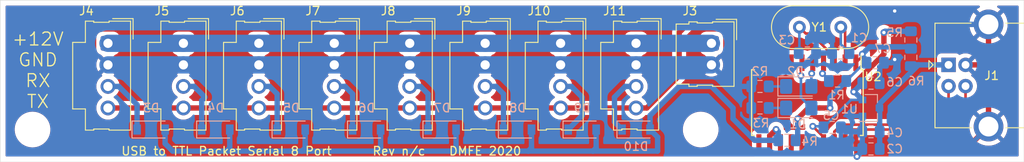
<source format=kicad_pcb>
(kicad_pcb (version 20200104) (host pcbnew "(5.99.0-823-ga085f82be)")
  (title_block (title "USB to TTL Packet Serial") (date "2020-04-11") (rev "n/c") (company "DMFE") (comment 1 "8 Port Packet Serial"))
  (layers (0 "F.Cu" signal hide) (31 "B.Cu" signal hide) (34 "B.Paste" user hide) (35 "F.Paste" user hide) (36 "B.SilkS" user) (37 "F.SilkS" user hide) (38 "B.Mask" user) (39 "F.Mask" user hide) (44 "Edge.Cuts" user))
  (net 0 "")
  (net 1 "GND")
  (net 2 "Net-(C1-Pad1)")
  (net 3 "+5V")
  (net 4 "Net-(C3-Pad1)")
  (net 5 "+3V3")
  (net 6 "VDD")
  (net 7 "Net-(D1-Pad1)")
  (net 8 "Net-(D1-Pad2)")
  (net 9 "Net-(D2-Pad2)")
  (net 10 "Net-(D2-Pad1)")
  (net 11 "Net-(J1-Pad2)")
  (net 12 "Net-(J1-Pad3)")
  (net 13 "Net-(R1-Pad2)")
  (net 14 "Net-(U2-Pad7)")
  (net 15 "Net-(U2-Pad8)")
  (net 16 "Net-(U2-Pad9)")
  (net 17 "Net-(U2-Pad11)")
  (net 18 "Net-(U2-Pad13)")
  (net 19 "Net-(U2-Pad14)")
  (net 20 "Net-(U2-Pad15)")
  (net 21 "Net-(U2-Pad16)")
  (net 22 "RX")
  (net 23 "Net-(D3-Pad1)")
  (net 24 "Net-(D4-Pad1)")
  (net 25 "Net-(D5-Pad1)")
  (net 26 "Net-(D6-Pad1)")
  (net 27 "Net-(D7-Pad1)")
  (net 28 "Net-(D8-Pad1)")
  (net 29 "Net-(D9-Pad1)")
  (net 30 "Net-(D10-Pad1)")
  (net 31 "Net-(J10-Pad1)")
  (net 32 "TX")
  (module "Resistor_SMD:R_0805_2012Metric_Pad1.15x1.40mm_HandSolder" (layer "B.Cu") (at 172.085 109.61 -90)
    (fp_text reference "R6" (at 2.785 -0.635 180) (layer "B.SilkS") (effects (justify mirror)))
    (fp_text value "0")
    (pad "2" smd roundrect (at 1.025 0 270) (size 1.15 1.4) (layers "B.Cu" "B.Paste" "B.Mask") (roundrect_rratio 0.217391) (net 3 "+5V"))
    (pad "1" smd roundrect (at -1.025 0 270) (size 1.15 1.4) (layers "B.Cu" "B.Paste" "B.Mask") (roundrect_rratio 0.217391) (net 6 "VDD"))
  )
  (module "Resistor_SMD:R_0805_2012Metric_Pad1.15x1.40mm_HandSolder" (layer "B.Cu") (at 172.085 107.56 -90)
    (fp_text reference "R5" (at -0.88 1.905) (layer "B.SilkS") (effects (justify mirror)))
    (fp_text value "0")
    (pad "2" smd roundrect (at 1.025 0 270) (size 1.15 1.4) (layers "B.Cu" "B.Paste" "B.Mask") (roundrect_rratio 0.217391) (net 6 "VDD"))
    (pad "1" smd roundrect (at -1.025 0 270) (size 1.15 1.4) (layers "B.Cu" "B.Paste" "B.Mask") (roundrect_rratio 0.217391) (net 5 "+3V3"))
  )
  (module "Resistor_SMD:R_0805_2012Metric_Pad1.15x1.40mm_HandSolder" (layer "B.Cu") (at 157.48 119.38 180)
    (fp_text reference "R4" (at -2.667 -0.127) (layer "B.SilkS") (effects (justify mirror)))
    (fp_text value "4K7")
    (pad "2" smd roundrect (at 1.025 0 180) (size 1.15 1.4) (layers "B.Cu" "B.Paste" "B.Mask") (roundrect_rratio 0.217391) (net 22 "RX"))
    (pad "1" smd roundrect (at -1.025 0 180) (size 1.15 1.4) (layers "B.Cu" "B.Paste" "B.Mask") (roundrect_rratio 0.217391) (net 6 "VDD"))
  )
  (module "Connector_Molex:Molex_SL_171971-0004_1x04_P2.54mm_Vertical" (layer "F.Cu") (at 139.7 107.95 -90)
    (fp_text reference "J11" (at -3.81 2.54 180) (layer "F.SilkS"))
    (fp_text value "Conn_01x04")
    (pad "4" thru_hole circle (at 7.62 0 270) (size 1.74 1.74) (drill 1.09) (layers *.Cu *.Mask) (net 32 "TX"))
    (pad "3" thru_hole circle (at 5.08 0 270) (size 1.74 1.74) (drill 1.09) (layers *.Cu *.Mask) (net 30 "Net-(D10-Pad1)"))
    (pad "2" thru_hole circle (at 2.54 0 270) (size 1.74 1.74) (drill 1.09) (layers *.Cu *.Mask) (net 1 "GND"))
    (pad "1" thru_hole roundrect (at 0 0 270) (size 1.74 1.74) (drill 1.09) (layers *.Cu *.Mask) (roundrect_rratio 0.143678) (net 31 "Net-(J10-Pad1)"))
  )
  (module "Connector_Molex:Molex_SL_171971-0004_1x04_P2.54mm_Vertical" (layer "F.Cu") (at 130.81 107.95 -90)
    (fp_text reference "J10" (at -3.81 2.54 180) (layer "F.SilkS"))
    (fp_text value "Conn_01x04")
    (pad "4" thru_hole circle (at 7.62 0 270) (size 1.74 1.74) (drill 1.09) (layers *.Cu *.Mask) (net 32 "TX"))
    (pad "3" thru_hole circle (at 5.08 0 270) (size 1.74 1.74) (drill 1.09) (layers *.Cu *.Mask) (net 29 "Net-(D9-Pad1)"))
    (pad "2" thru_hole circle (at 2.54 0 270) (size 1.74 1.74) (drill 1.09) (layers *.Cu *.Mask) (net 1 "GND"))
    (pad "1" thru_hole roundrect (at 0 0 270) (size 1.74 1.74) (drill 1.09) (layers *.Cu *.Mask) (roundrect_rratio 0.143678) (net 31 "Net-(J10-Pad1)"))
  )
  (module "Connector_Molex:Molex_SL_171971-0004_1x04_P2.54mm_Vertical" (layer "F.Cu") (at 121.92 107.95 -90)
    (fp_text reference "J9" (at -3.81 2.54 180) (layer "F.SilkS"))
    (fp_text value "Conn_01x04")
    (pad "4" thru_hole circle (at 7.62 0 270) (size 1.74 1.74) (drill 1.09) (layers *.Cu *.Mask) (net 32 "TX"))
    (pad "3" thru_hole circle (at 5.08 0 270) (size 1.74 1.74) (drill 1.09) (layers *.Cu *.Mask) (net 28 "Net-(D8-Pad1)"))
    (pad "2" thru_hole circle (at 2.54 0 270) (size 1.74 1.74) (drill 1.09) (layers *.Cu *.Mask) (net 1 "GND"))
    (pad "1" thru_hole roundrect (at 0 0 270) (size 1.74 1.74) (drill 1.09) (layers *.Cu *.Mask) (roundrect_rratio 0.143678) (net 31 "Net-(J10-Pad1)"))
  )
  (module "Connector_Molex:Molex_SL_171971-0004_1x04_P2.54mm_Vertical" (layer "F.Cu") (at 113.03 107.95 -90)
    (fp_text reference "J8" (at -3.81 2.54 180) (layer "F.SilkS"))
    (fp_text value "Conn_01x04")
    (pad "4" thru_hole circle (at 7.62 0 270) (size 1.74 1.74) (drill 1.09) (layers *.Cu *.Mask) (net 32 "TX"))
    (pad "3" thru_hole circle (at 5.08 0 270) (size 1.74 1.74) (drill 1.09) (layers *.Cu *.Mask) (net 27 "Net-(D7-Pad1)"))
    (pad "2" thru_hole circle (at 2.54 0 270) (size 1.74 1.74) (drill 1.09) (layers *.Cu *.Mask) (net 1 "GND"))
    (pad "1" thru_hole roundrect (at 0 0 270) (size 1.74 1.74) (drill 1.09) (layers *.Cu *.Mask) (roundrect_rratio 0.143678) (net 31 "Net-(J10-Pad1)"))
  )
  (module "Connector_Molex:Molex_SL_171971-0004_1x04_P2.54mm_Vertical" (layer "F.Cu") (at 104.14 107.95 -90)
    (fp_text reference "J7" (at -3.81 2.54 180) (layer "F.SilkS"))
    (fp_text value "Conn_01x04")
    (pad "4" thru_hole circle (at 7.62 0 270) (size 1.74 1.74) (drill 1.09) (layers *.Cu *.Mask) (net 32 "TX"))
    (pad "3" thru_hole circle (at 5.08 0 270) (size 1.74 1.74) (drill 1.09) (layers *.Cu *.Mask) (net 26 "Net-(D6-Pad1)"))
    (pad "2" thru_hole circle (at 2.54 0 270) (size 1.74 1.74) (drill 1.09) (layers *.Cu *.Mask) (net 1 "GND"))
    (pad "1" thru_hole roundrect (at 0 0 270) (size 1.74 1.74) (drill 1.09) (layers *.Cu *.Mask) (roundrect_rratio 0.143678) (net 31 "Net-(J10-Pad1)"))
  )
  (module "Connector_Molex:Molex_SL_171971-0004_1x04_P2.54mm_Vertical" (layer "F.Cu") (at 95.25 107.95 -90)
    (fp_text reference "J6" (at -3.81 2.54 180) (layer "F.SilkS"))
    (fp_text value "Conn_01x04")
    (pad "4" thru_hole circle (at 7.62 0 270) (size 1.74 1.74) (drill 1.09) (layers *.Cu *.Mask) (net 32 "TX"))
    (pad "3" thru_hole circle (at 5.08 0 270) (size 1.74 1.74) (drill 1.09) (layers *.Cu *.Mask) (net 25 "Net-(D5-Pad1)"))
    (pad "2" thru_hole circle (at 2.54 0 270) (size 1.74 1.74) (drill 1.09) (layers *.Cu *.Mask) (net 1 "GND"))
    (pad "1" thru_hole roundrect (at 0 0 270) (size 1.74 1.74) (drill 1.09) (layers *.Cu *.Mask) (roundrect_rratio 0.143678) (net 31 "Net-(J10-Pad1)"))
  )
  (module "Connector_Molex:Molex_SL_171971-0004_1x04_P2.54mm_Vertical" (layer "F.Cu") (at 86.36 107.95 -90)
    (fp_text reference "J5" (at -3.81 2.54 180) (layer "F.SilkS"))
    (fp_text value "Conn_01x04")
    (pad "4" thru_hole circle (at 7.62 0 270) (size 1.74 1.74) (drill 1.09) (layers *.Cu *.Mask) (net 32 "TX"))
    (pad "3" thru_hole circle (at 5.08 0 270) (size 1.74 1.74) (drill 1.09) (layers *.Cu *.Mask) (net 24 "Net-(D4-Pad1)"))
    (pad "2" thru_hole circle (at 2.54 0 270) (size 1.74 1.74) (drill 1.09) (layers *.Cu *.Mask) (net 1 "GND"))
    (pad "1" thru_hole roundrect (at 0 0 270) (size 1.74 1.74) (drill 1.09) (layers *.Cu *.Mask) (roundrect_rratio 0.143678) (net 31 "Net-(J10-Pad1)"))
  )
  (module "Connector_Molex:Molex_SL_171971-0004_1x04_P2.54mm_Vertical" (layer "F.Cu") (at 77.47 107.95 -90)
    (fp_text reference "J4" (at -3.81 2.54 180) (layer "F.SilkS"))
    (fp_text value "Conn_01x04")
    (pad "4" thru_hole circle (at 7.62 0 270) (size 1.74 1.74) (drill 1.09) (layers *.Cu *.Mask) (net 32 "TX"))
    (pad "3" thru_hole circle (at 5.08 0 270) (size 1.74 1.74) (drill 1.09) (layers *.Cu *.Mask) (net 23 "Net-(D3-Pad1)"))
    (pad "2" thru_hole circle (at 2.54 0 270) (size 1.74 1.74) (drill 1.09) (layers *.Cu *.Mask) (net 1 "GND"))
    (pad "1" thru_hole roundrect (at 0 0 270) (size 1.74 1.74) (drill 1.09) (layers *.Cu *.Mask) (roundrect_rratio 0.143678) (net 31 "Net-(J10-Pad1)"))
  )
  (module "Connector_Molex:Molex_SL_171971-0002_1x02_P2.54mm_Vertical" (layer "F.Cu") (at 148.59 107.95 -90)
    (fp_text reference "J3" (at -3.81 2.54 180) (layer "F.SilkS"))
    (fp_text value "Conn_01x02")
    (pad "2" thru_hole circle (at 2.54 0 270) (size 1.74 1.74) (drill 1.09) (layers *.Cu *.Mask) (net 1 "GND"))
    (pad "1" thru_hole roundrect (at 0 0 270) (size 1.74 1.74) (drill 1.09) (layers *.Cu *.Mask) (roundrect_rratio 0.143678) (net 31 "Net-(J10-Pad1)"))
  )
  (module "Diode_SMD:D_SOD-123" (layer "B.Cu") (at 139.7 118.11)
    (fp_text reference "D10" (at 0 2) (layer "B.SilkS") (effects (justify mirror)))
    (fp_text value "1N4148W")
    (pad "2" smd rect (at 1.65 0) (size 0.9 1.2) (layers "B.Cu" "B.Paste" "B.Mask") (net 22 "RX"))
    (pad "1" smd rect (at -1.65 0) (size 0.9 1.2) (layers "B.Cu" "B.Paste" "B.Mask") (net 30 "Net-(D10-Pad1)"))
  )
  (module "Diode_SMD:D_SOD-123" (layer "B.Cu") (at 133.35 118.11)
    (fp_text reference "D9" (at 0 -2.54) (layer "B.SilkS") (effects (justify mirror)))
    (fp_text value "1N4148W")
    (pad "2" smd rect (at 1.65 0) (size 0.9 1.2) (layers "B.Cu" "B.Paste" "B.Mask") (net 22 "RX"))
    (pad "1" smd rect (at -1.65 0) (size 0.9 1.2) (layers "B.Cu" "B.Paste" "B.Mask") (net 29 "Net-(D9-Pad1)"))
  )
  (module "Diode_SMD:D_SOD-123" (layer "B.Cu") (at 125.73 118.11)
    (fp_text reference "D8" (at 0 -2.54) (layer "B.SilkS") (effects (justify mirror)))
    (fp_text value "1N4148W")
    (pad "2" smd rect (at 1.65 0) (size 0.9 1.2) (layers "B.Cu" "B.Paste" "B.Mask") (net 22 "RX"))
    (pad "1" smd rect (at -1.65 0) (size 0.9 1.2) (layers "B.Cu" "B.Paste" "B.Mask") (net 28 "Net-(D8-Pad1)"))
  )
  (module "Diode_SMD:D_SOD-123" (layer "B.Cu") (at 116.84 118.11)
    (fp_text reference "D7" (at 0 -2.54) (layer "B.SilkS") (effects (justify mirror)))
    (fp_text value "1N4148W")
    (pad "2" smd rect (at 1.65 0) (size 0.9 1.2) (layers "B.Cu" "B.Paste" "B.Mask") (net 22 "RX"))
    (pad "1" smd rect (at -1.65 0) (size 0.9 1.2) (layers "B.Cu" "B.Paste" "B.Mask") (net 27 "Net-(D7-Pad1)"))
  )
  (module "Diode_SMD:D_SOD-123" (layer "B.Cu") (at 107.95 118.11)
    (fp_text reference "D6" (at 0 -2.54) (layer "B.SilkS") (effects (justify mirror)))
    (fp_text value "1N4148W")
    (pad "2" smd rect (at 1.65 0) (size 0.9 1.2) (layers "B.Cu" "B.Paste" "B.Mask") (net 22 "RX"))
    (pad "1" smd rect (at -1.65 0) (size 0.9 1.2) (layers "B.Cu" "B.Paste" "B.Mask") (net 26 "Net-(D6-Pad1)"))
  )
  (module "Diode_SMD:D_SOD-123" (layer "B.Cu") (at 99.06 118.11)
    (fp_text reference "D5" (at 0 -2.54) (layer "B.SilkS") (effects (justify mirror)))
    (fp_text value "1N4148W")
    (pad "2" smd rect (at 1.65 0) (size 0.9 1.2) (layers "B.Cu" "B.Paste" "B.Mask") (net 22 "RX"))
    (pad "1" smd rect (at -1.65 0) (size 0.9 1.2) (layers "B.Cu" "B.Paste" "B.Mask") (net 25 "Net-(D5-Pad1)"))
  )
  (module "Diode_SMD:D_SOD-123" (layer "B.Cu") (at 90.17 118.11)
    (fp_text reference "D4" (at 0 -2.54) (layer "B.SilkS") (effects (justify mirror)))
    (fp_text value "1N4148W")
    (pad "2" smd rect (at 1.65 0) (size 0.9 1.2) (layers "B.Cu" "B.Paste" "B.Mask") (net 22 "RX"))
    (pad "1" smd rect (at -1.65 0) (size 0.9 1.2) (layers "B.Cu" "B.Paste" "B.Mask") (net 24 "Net-(D4-Pad1)"))
  )
  (module "Diode_SMD:D_SOD-123" (layer "B.Cu") (at 82.55 118.11)
    (fp_text reference "D3" (at 0 -2.54) (layer "B.SilkS") (effects (justify mirror)))
    (fp_text value "1N4148W")
    (pad "2" smd rect (at 1.65 0) (size 0.9 1.2) (layers "B.Cu" "B.Paste" "B.Mask") (net 22 "RX"))
    (pad "1" smd rect (at -1.65 0) (size 0.9 1.2) (layers "B.Cu" "B.Paste" "B.Mask") (net 23 "Net-(D3-Pad1)"))
  )
  (module "Capacitor_SMD:C_0805_2012Metric_Pad1.15x1.40mm_HandSolder" (layer "B.Cu") (at 163.83 109.093 180)
    (fp_text reference "C1" (at -2.159 1.778 180) (layer "B.SilkS") (effects (justify mirror)))
    (fp_text value "15pf")
    (pad "2" smd roundrect (at 1.025 0 180) (size 1.15 1.4) (layers "B.Cu" "B.Paste" "B.Mask") (roundrect_rratio 0.217391) (net 1 "GND"))
    (pad "1" smd roundrect (at -1.025 0 180) (size 1.15 1.4) (layers "B.Cu" "B.Paste" "B.Mask") (roundrect_rratio 0.217391) (net 2 "Net-(C1-Pad1)"))
  )
  (module "Capacitor_SMD:C_0805_2012Metric_Pad1.15x1.40mm_HandSolder" (layer "B.Cu") (at 167.386 120.396 180)
    (fp_text reference "C2" (at -2.794 0 180) (layer "B.SilkS") (effects (justify mirror)))
    (fp_text value "4.7uf")
    (pad "2" smd roundrect (at 1.025 0 180) (size 1.15 1.4) (layers "B.Cu" "B.Paste" "B.Mask") (roundrect_rratio 0.217391) (net 1 "GND"))
    (pad "1" smd roundrect (at -1.025 0 180) (size 1.15 1.4) (layers "B.Cu" "B.Paste" "B.Mask") (roundrect_rratio 0.217391) (net 3 "+5V"))
  )
  (module "Capacitor_SMD:C_0805_2012Metric_Pad1.15x1.40mm_HandSolder" (layer "B.Cu") (at 159.893 109.093)
    (fp_text reference "C3" (at -2.413 -1.524) (layer "B.SilkS") (effects (justify mirror)))
    (fp_text value "15pf")
    (pad "1" smd roundrect (at -1.025 0) (size 1.15 1.4) (layers "B.Cu" "B.Paste" "B.Mask") (roundrect_rratio 0.217391) (net 4 "Net-(C3-Pad1)"))
    (pad "2" smd roundrect (at 1.025 0) (size 1.15 1.4) (layers "B.Cu" "B.Paste" "B.Mask") (roundrect_rratio 0.217391) (net 1 "GND"))
  )
  (module "Capacitor_SMD:C_0805_2012Metric_Pad1.15x1.40mm_HandSolder" (layer "B.Cu") (at 167.386 118.364 180)
    (fp_text reference "C4" (at -2.794 -0.127 180) (layer "B.SilkS") (effects (justify mirror)))
    (fp_text value "0.1uf")
    (pad "1" smd roundrect (at -1.025 0 180) (size 1.15 1.4) (layers "B.Cu" "B.Paste" "B.Mask") (roundrect_rratio 0.217391) (net 3 "+5V"))
    (pad "2" smd roundrect (at 1.025 0 180) (size 1.15 1.4) (layers "B.Cu" "B.Paste" "B.Mask") (roundrect_rratio 0.217391) (net 1 "GND"))
  )
  (module "Capacitor_SMD:C_0805_2012Metric_Pad1.15x1.40mm_HandSolder" (layer "B.Cu") (at 162.814 117.856)
    (fp_text reference "C5" (at -0.127 -1.397) (layer "B.SilkS") (effects (justify mirror)))
    (fp_text value "0.1uf")
    (pad "2" smd roundrect (at 1.025 0) (size 1.15 1.4) (layers "B.Cu" "B.Paste" "B.Mask") (roundrect_rratio 0.217391) (net 1 "GND"))
    (pad "1" smd roundrect (at -1.025 0) (size 1.15 1.4) (layers "B.Cu" "B.Paste" "B.Mask") (roundrect_rratio 0.217391) (net 5 "+3V3"))
  )
  (module "Capacitor_SMD:C_0805_2012Metric_Pad1.15x1.40mm_HandSolder" (layer "B.Cu") (at 167.386 112.649)
    (fp_text reference "C6" (at 2.794 -0.127) (layer "B.SilkS") (effects (justify mirror)))
    (fp_text value "0.1uf")
    (pad "1" smd roundrect (at -1.025 0) (size 1.15 1.4) (layers "B.Cu" "B.Paste" "B.Mask") (roundrect_rratio 0.217391) (net 5 "+3V3"))
    (pad "2" smd roundrect (at 1.025 0) (size 1.15 1.4) (layers "B.Cu" "B.Paste" "B.Mask") (roundrect_rratio 0.217391) (net 1 "GND"))
  )
  (module "Capacitor_SMD:C_0805_2012Metric_Pad1.15x1.40mm_HandSolder" (layer "B.Cu") (at 167.894 110.236)
    (fp_text reference "C7" (at 0.889 -1.651) (layer "B.SilkS") (effects (justify mirror)))
    (fp_text value "0.1uf")
    (pad "1" smd roundrect (at -1.025 0) (size 1.15 1.4) (layers "B.Cu" "B.Paste" "B.Mask") (roundrect_rratio 0.217391) (net 6 "VDD"))
    (pad "2" smd roundrect (at 1.025 0) (size 1.15 1.4) (layers "B.Cu" "B.Paste" "B.Mask") (roundrect_rratio 0.217391) (net 1 "GND"))
  )
  (module "LED_SMD:LED_1206_3216Metric_Pad1.42x1.75mm_HandSolder" (layer "B.Cu") (at 158.877 115.57)
    (fp_text reference "D1" (at -0.127 1.905) (layer "B.SilkS") (effects (justify mirror)))
    (fp_text value "LED")
    (pad "1" smd roundrect (at -1.4875 0) (size 1.425 1.75) (layers "B.Cu" "B.Paste" "B.Mask") (roundrect_rratio 0.175439) (net 7 "Net-(D1-Pad1)"))
    (pad "2" smd roundrect (at 1.4875 0) (size 1.425 1.75) (layers "B.Cu" "B.Paste" "B.Mask") (roundrect_rratio 0.175439) (net 8 "Net-(D1-Pad2)"))
  )
  (module "LED_SMD:LED_1206_3216Metric_Pad1.42x1.75mm_HandSolder" (layer "B.Cu") (at 158.877 113.03)
    (fp_text reference "D2" (at -0.381 -1.778) (layer "B.SilkS") (effects (justify mirror)))
    (fp_text value "LED")
    (pad "2" smd roundrect (at 1.4875 0) (size 1.425 1.75) (layers "B.Cu" "B.Paste" "B.Mask") (roundrect_rratio 0.175439) (net 9 "Net-(D2-Pad2)"))
    (pad "1" smd roundrect (at -1.4875 0) (size 1.425 1.75) (layers "B.Cu" "B.Paste" "B.Mask") (roundrect_rratio 0.175439) (net 10 "Net-(D2-Pad1)"))
  )
  (module "Connector_USB:USB_B_OST_USB-B1HSxx_Horizontal" (layer "F.Cu") (at 176.53 110.49)
    (fp_text reference "J1" (at 5.08 1.27) (layer "F.SilkS"))
    (fp_text value "USB_B")
    (pad "1" thru_hole rect (at 0 0) (size 1.7 1.7) (drill 0.92) (layers *.Cu *.Mask) (net 3 "+5V"))
    (pad "2" thru_hole circle (at 0 2.5) (size 1.7 1.7) (drill 0.92) (layers *.Cu *.Mask) (net 11 "Net-(J1-Pad2)"))
    (pad "3" thru_hole circle (at 2 2.5) (size 1.7 1.7) (drill 0.92) (layers *.Cu *.Mask) (net 12 "Net-(J1-Pad3)"))
    (pad "4" thru_hole circle (at 2 0) (size 1.7 1.7) (drill 0.92) (layers *.Cu *.Mask) (net 1 "GND"))
    (pad "5" thru_hole circle (at 4.71 -4.77) (size 3.5 3.5) (drill 2.33) (layers *.Cu *.Mask) (net 1 "GND"))
    (pad "5" thru_hole circle (at 4.71 7.27) (size 3.5 3.5) (drill 2.33) (layers *.Cu *.Mask) (net 1 "GND"))
  )
  (module "Resistor_SMD:R_0805_2012Metric_Pad1.15x1.40mm_HandSolder" (layer "B.Cu") (at 163.449 112.395 180)
    (fp_text reference "R1" (at 0.127 -1.651 180) (layer "B.SilkS") (effects (justify mirror)))
    (fp_text value "4K7")
    (pad "1" smd roundrect (at -1.025 0 180) (size 1.15 1.4) (layers "B.Cu" "B.Paste" "B.Mask") (roundrect_rratio 0.217391) (net 6 "VDD"))
    (pad "2" smd roundrect (at 1.025 0 180) (size 1.15 1.4) (layers "B.Cu" "B.Paste" "B.Mask") (roundrect_rratio 0.217391) (net 13 "Net-(R1-Pad2)"))
  )
  (module "Resistor_SMD:R_0805_2012Metric_Pad1.15x1.40mm_HandSolder" (layer "B.Cu") (at 154.305 113.03 180)
    (fp_text reference "R2" (at 0 1.778 180) (layer "B.SilkS") (effects (justify mirror)))
    (fp_text value "4K7")
    (pad "2" smd roundrect (at 1.025 0 180) (size 1.15 1.4) (layers "B.Cu" "B.Paste" "B.Mask") (roundrect_rratio 0.217391) (net 1 "GND"))
    (pad "1" smd roundrect (at -1.025 0 180) (size 1.15 1.4) (layers "B.Cu" "B.Paste" "B.Mask") (roundrect_rratio 0.217391) (net 10 "Net-(D2-Pad1)"))
  )
  (module "Resistor_SMD:R_0805_2012Metric_Pad1.15x1.40mm_HandSolder" (layer "B.Cu") (at 154.305 115.57 180)
    (fp_text reference "R3" (at -0.127 -1.778 180) (layer "B.SilkS") (effects (justify mirror)))
    (fp_text value "4K7")
    (pad "1" smd roundrect (at -1.025 0 180) (size 1.15 1.4) (layers "B.Cu" "B.Paste" "B.Mask") (roundrect_rratio 0.217391) (net 7 "Net-(D1-Pad1)"))
    (pad "2" smd roundrect (at 1.025 0 180) (size 1.15 1.4) (layers "B.Cu" "B.Paste" "B.Mask") (roundrect_rratio 0.217391) (net 1 "GND"))
  )
  (module "Package_TO_SOT_SMD:SOT-23" (layer "B.Cu") (at 167.386 115.57)
    (fp_text reference "U1" (at -2.54 0.127) (layer "B.SilkS") (effects (justify mirror)))
    (fp_text value "MCP1700-1202E_SOT23")
    (pad "1" smd rect (at -1 0.95) (size 0.9 0.8) (layers "B.Cu" "B.Paste" "B.Mask") (net 1 "GND"))
    (pad "2" smd rect (at -1 -0.95) (size 0.9 0.8) (layers "B.Cu" "B.Paste" "B.Mask") (net 5 "+3V3"))
    (pad "3" smd rect (at 1 0) (size 0.9 0.8) (layers "B.Cu" "B.Paste" "B.Mask") (net 3 "+5V"))
  )
  (module "Package_SO:SOIC-20W_7.5x12.8mm_P1.27mm" (layer "F.Cu") (at 159.893 114.935 -90)
    (fp_text reference "U2" (at -3.048 -7.747) (layer "F.SilkS"))
    (fp_text value "MCP2200-I-SO")
    (pad "1" smd rect (at -4.7 -5.715 270) (size 1.95 0.6) (layers "F.Cu" "F.Paste" "F.Mask") (net 6 "VDD"))
    (pad "2" smd rect (at -4.7 -4.445 270) (size 1.95 0.6) (layers "F.Cu" "F.Paste" "F.Mask") (net 2 "Net-(C1-Pad1)"))
    (pad "3" smd rect (at -4.7 -3.175 270) (size 1.95 0.6) (layers "F.Cu" "F.Paste" "F.Mask") (net 4 "Net-(C3-Pad1)"))
    (pad "4" smd rect (at -4.7 -1.905 270) (size 1.95 0.6) (layers "F.Cu" "F.Paste" "F.Mask") (net 13 "Net-(R1-Pad2)"))
    (pad "5" smd rect (at -4.7 -0.635 270) (size 1.95 0.6) (layers "F.Cu" "F.Paste" "F.Mask") (net 9 "Net-(D2-Pad2)"))
    (pad "6" smd rect (at -4.7 0.635 270) (size 1.95 0.6) (layers "F.Cu" "F.Paste" "F.Mask") (net 8 "Net-(D1-Pad2)"))
    (pad "7" smd rect (at -4.7 1.905 270) (size 1.95 0.6) (layers "F.Cu" "F.Paste" "F.Mask") (net 14 "Net-(U2-Pad7)"))
    (pad "8" smd rect (at -4.7 3.175 270) (size 1.95 0.6) (layers "F.Cu" "F.Paste" "F.Mask") (net 15 "Net-(U2-Pad8)"))
    (pad "9" smd rect (at -4.7 4.445 270) (size 1.95 0.6) (layers "F.Cu" "F.Paste" "F.Mask") (net 16 "Net-(U2-Pad9)"))
    (pad "10" smd rect (at -4.7 5.715 270) (size 1.95 0.6) (layers "F.Cu" "F.Paste" "F.Mask") (net 32 "TX"))
    (pad "11" smd rect (at 4.7 5.715 270) (size 1.95 0.6) (layers "F.Cu" "F.Paste" "F.Mask") (net 17 "Net-(U2-Pad11)"))
    (pad "12" smd rect (at 4.7 4.445 270) (size 1.95 0.6) (layers "F.Cu" "F.Paste" "F.Mask") (net 22 "RX"))
    (pad "13" smd rect (at 4.7 3.175 270) (size 1.95 0.6) (layers "F.Cu" "F.Paste" "F.Mask") (net 18 "Net-(U2-Pad13)"))
    (pad "14" smd rect (at 4.7 1.905 270) (size 1.95 0.6) (layers "F.Cu" "F.Paste" "F.Mask") (net 19 "Net-(U2-Pad14)"))
    (pad "15" smd rect (at 4.7 0.635 270) (size 1.95 0.6) (layers "F.Cu" "F.Paste" "F.Mask") (net 20 "Net-(U2-Pad15)"))
    (pad "16" smd rect (at 4.7 -0.635 270) (size 1.95 0.6) (layers "F.Cu" "F.Paste" "F.Mask") (net 21 "Net-(U2-Pad16)"))
    (pad "17" smd rect (at 4.7 -1.905 270) (size 1.95 0.6) (layers "F.Cu" "F.Paste" "F.Mask") (net 5 "+3V3"))
    (pad "18" smd rect (at 4.7 -3.175 270) (size 1.95 0.6) (layers "F.Cu" "F.Paste" "F.Mask") (net 11 "Net-(J1-Pad2)"))
    (pad "19" smd rect (at 4.7 -4.445 270) (size 1.95 0.6) (layers "F.Cu" "F.Paste" "F.Mask") (net 12 "Net-(J1-Pad3)"))
    (pad "20" smd rect (at 4.7 -5.715 270) (size 1.95 0.6) (layers "F.Cu" "F.Paste" "F.Mask") (net 1 "GND"))
  )
  (module "Crystal:Crystal_HC49-4H_Vertical" (layer "F.Cu") (at 163.83 106.045 180)
    (fp_text reference "Y1" (at 2.54 0 180) (layer "F.SilkS"))
    (fp_text value "12MHz")
    (pad "1" thru_hole circle (at 0 0 180) (size 1.5 1.5) (drill 0.8) (layers *.Cu *.Mask) (net 2 "Net-(C1-Pad1)"))
    (pad "2" thru_hole circle (at 4.88 0 180) (size 1.5 1.5) (drill 0.8) (layers *.Cu *.Mask) (net 4 "Net-(C3-Pad1)"))
  )
  (module "MountingHole:MountingHole_3.2mm_M3" (layer "F.Cu") (at 68.58 118.11)
    (fp_text reference "H1" hide)
    (fp_text value "MountingHole_3.2mm_M3" hide)
    (pad "1" np_thru_hole circle (at 0 0) (size 3.2 3.2) (drill 3.2) (layers *.Cu *.Mask))
  )
  (module "MountingHole:MountingHole_3.2mm_M3" (layer "F.Cu") (at 147.32 118.11)
    (fp_text reference "H2" hide)
    (fp_text value "MountingHole_3.2mm_M3" hide)
    (pad "1" np_thru_hole circle (at 0 0) (size 3.2 3.2) (drill 3.2) (layers *.Cu *.Mask))
  )
  (gr_text "+12V\nGND\nRX\nTX" (at 69.215 111.125) (layer "F.SilkS") (effects (font (size 1.524 1.524))))
  (gr_line (start 64.77 121.92) (end 185.42 121.92) (layer "Edge.Cuts") (width 0.05))
  (gr_line (start 64.77 102.87) (end 64.77 121.92) (layer "Edge.Cuts") (width 0.05))
  (gr_line (start 185.42 102.87) (end 64.77 102.87) (layer "Edge.Cuts") (width 0.05))
  (gr_text "Rev n/c" (at 111.76 120.65) (layer "F.SilkS") (effects (font (size 1 1))))
  (gr_text "USB to TTL Packet Serial 8 Port" (at 91.44 120.65) (layer "F.SilkS") (effects (font (size 1 1))))
  (gr_text "DMFE 2020" (at 121.92 120.65) (layer "F.SilkS") (effects (font (size 1 1))))
  (gr_line (start 185.42 102.87) (end 185.42 121.92) (layer "Edge.Cuts") (width 0.05))
  (segment (start 166.37 120.015) (end 178.985 120.015) (width 0.635) (layer "F.Cu") (net 1))
  (segment (start 178.985 120.015) (end 181.24 117.76) (width 0.635) (layer "F.Cu") (net 1))
  (segment (start 165.735 120.65) (end 166.37 120.015) (width 0.635) (layer "F.Cu") (net 1))
  (segment (start 165.735 121.285) (end 165.735 120.65) (width 0.635) (layer "F.Cu") (net 1))
  (segment (start 173.9309 117.5341) (end 176.53 114.935) (width 0.3048) (layer "F.Cu") (net 11))
  (segment (start 176.53 114.935) (end 176.53 112.99) (width 0.3048) (layer "F.Cu") (net 11))
  (segment (start 163.068 118.3552) (end 163.8891 117.5341) (width 0.3048) (layer "F.Cu") (net 11))
  (segment (start 163.8891 117.5341) (end 173.9309 117.5341) (width 0.3048) (layer "F.Cu") (net 11))
  (segment (start 175.26 118.11) (end 178.53 114.84) (width 0.3048) (layer "F.Cu") (net 12))
  (segment (start 178.53 114.84) (end 178.53 112.99) (width 0.3048) (layer "F.Cu") (net 12))
  (segment (start 164.465 118.11) (end 175.26 118.11) (width 0.3048) (layer "F.Cu") (net 12))
  (segment (start 164.338 118.237) (end 164.465 118.11) (width 0.3048) (layer "F.Cu") (net 12))
  (segment (start 164.338 119.635) (end 164.338 118.237) (width 0.3048) (layer "F.Cu") (net 12))
  (segment (start 165.735 121.285) (end 165.735 119.762) (width 0.635) (layer "F.Cu") (net 1))
  (segment (start 165.735 119.762) (end 165.608 119.635) (width 0.635) (layer "F.Cu") (net 1))
  (segment (start 166.361 120.396) (end 166.361 120.659) (width 0.635) (layer "B.Cu") (net 1))
  (segment (start 166.361 120.659) (end 165.735 121.285) (width 0.635) (layer "B.Cu") (net 1))
  (via (at 165.735 121.285) (size 0.8) (drill 0.4) (layers "F.Cu" "B.Cu") (net 1))
  (segment (start 181.24 105.72) (end 175.57 105.72) (width 0.635) (layer "B.Cu") (net 1))
  (segment (start 173.99 104.14) (end 162.56 104.14) (width 0.635) (layer "B.Cu") (net 1))
  (segment (start 175.57 105.72) (end 173.99 104.14) (width 0.635) (layer "B.Cu") (net 1))
  (segment (start 162.56 104.14) (end 160.918 105.782) (width 0.635) (layer "B.Cu") (net 1))
  (segment (start 160.918 105.782) (end 160.918 109.093) (width 0.635) (layer "B.Cu") (net 1))
  (segment (start 158.75 116.84) (end 158.75 119.135) (width 0.635) (layer "B.Cu") (net 6))
  (segment (start 158.75 119.135) (end 158.505 119.38) (width 0.635) (layer "B.Cu") (net 6))
  (segment (start 161.329098 115.57) (end 160.02 115.57) (width 0.635) (layer "F.Cu") (net 6))
  (segment (start 160.02 115.57) (end 158.75 116.84) (width 0.635) (layer "F.Cu") (net 6))
  (via (at 158.75 116.84) (size 0.8) (drill 0.4) (layers "F.Cu" "B.Cu") (net 6))
  (segment (start 162.56 115.57) (end 161.329098 115.57) (width 0.635) (layer "F.Cu") (net 6))
  (segment (start 164.474 112.395) (end 162.56 114.309) (width 0.635) (layer "B.Cu") (net 6))
  (segment (start 162.56 114.309) (end 162.56 115.57) (width 0.635) (layer "B.Cu") (net 6))
  (via (at 162.56 115.57) (size 0.8) (drill 0.4) (layers "F.Cu" "B.Cu") (net 6))
  (segment (start 153.67 110.49) (end 153.67 112.64) (width 0.635) (layer "B.Cu") (net 1))
  (segment (start 153.67 112.64) (end 153.28 113.03) (width 0.635) (layer "B.Cu") (net 1))
  (segment (start 159.521 110.49) (end 153.67 110.49) (width 0.635) (layer "B.Cu") (net 1))
  (segment (start 160.918 109.093) (end 159.521 110.49) (width 0.635) (layer "B.Cu") (net 1))
  (segment (start 168.411 112.649) (end 168.411 110.744) (width 0.635) (layer "B.Cu") (net 1))
  (segment (start 168.411 110.744) (end 168.919 110.236) (width 0.635) (layer "B.Cu") (net 1))
  (segment (start 181.24 105.72) (end 181.24 110.12) (width 0.635) (layer "F.Cu") (net 1))
  (segment (start 181.24 110.12) (end 181.24 117.76) (width 0.635) (layer "F.Cu") (net 1))
  (segment (start 178.53 110.49) (end 180.87 110.49) (width 0.635) (layer "F.Cu") (net 1))
  (segment (start 180.87 110.49) (end 181.24 110.12) (width 0.635) (layer "F.Cu") (net 1))
  (segment (start 156.205761 118.09879) (end 155.448 118.856551) (width 0.635) (layer "F.Cu") (net 22))
  (segment (start 155.448 118.856551) (end 155.448 119.635) (width 0.635) (layer "F.Cu") (net 22))
  (segment (start 156.455 119.38) (end 156.455 118.348029) (width 0.635) (layer "B.Cu") (net 22))
  (segment (start 156.455 118.348029) (end 156.205761 118.09879) (width 0.635) (layer "B.Cu") (net 22))
  (via (at 156.205761 118.09879) (size 0.8) (drill 0.4) (layers "F.Cu" "B.Cu") (net 22))
  (segment (start 166.386 116.52) (end 166.386 118.339) (width 0.635) (layer "B.Cu") (net 1))
  (segment (start 166.386 118.339) (end 166.361 118.364) (width 0.635) (layer "B.Cu") (net 1))
  (segment (start 166.361 118.364) (end 164.347 118.364) (width 0.635) (layer "B.Cu") (net 1))
  (segment (start 164.347 118.364) (end 163.839 117.856) (width 0.635) (layer "B.Cu") (net 1))
  (segment (start 166.361 120.396) (end 166.361 118.364) (width 0.635) (layer "B.Cu") (net 1))
  (segment (start 141.35 118.11) (end 141.35 116.46) (width 0.635) (layer "B.Cu") (net 22))
  (segment (start 151.13 116.84) (end 153.67 119.38) (width 0.635) (layer "B.Cu") (net 22))
  (segment (start 153.67 119.38) (end 156.455 119.38) (width 0.635) (layer "B.Cu") (net 22))
  (segment (start 141.35 116.46) (end 144.78 113.03) (width 0.635) (layer "B.Cu") (net 22))
  (segment (start 144.78 113.03) (end 148.59 113.03) (width 0.635) (layer "B.Cu") (net 22))
  (segment (start 148.59 113.03) (end 151.13 115.57) (width 0.635) (layer "B.Cu") (net 22))
  (segment (start 151.13 115.57) (end 151.13 116.84) (width 0.635) (layer "B.Cu") (net 22))
  (segment (start 153.28 113.03) (end 151.13 113.03) (width 0.635) (layer "B.Cu") (net 1))
  (segment (start 151.13 113.03) (end 148.59 110.49) (width 0.635) (layer "B.Cu") (net 1))
  (segment (start 144.78 111.76) (end 140.97 115.57) (width 0.635) (layer "F.Cu") (net 32))
  (segment (start 140.97 115.57) (end 139.7 115.57) (width 0.635) (layer "F.Cu") (net 32))
  (segment (start 144.78 106.68) (end 144.78 111.76) (width 0.635) (layer "F.Cu") (net 32))
  (segment (start 146.05 105.41) (end 144.78 106.68) (width 0.635) (layer "F.Cu") (net 32))
  (segment (start 151.13 105.41) (end 146.05 105.41) (width 0.635) (layer "F.Cu") (net 32))
  (segment (start 154.178 108.458) (end 151.13 105.41) (width 0.635) (layer "F.Cu") (net 32))
  (segment (start 154.178 110.235) (end 154.178 108.458) (width 0.635) (layer "F.Cu") (net 32))
  (segment (start 85.09 120.65) (end 91.44 120.65) (width 0.635) (layer "B.Cu") (net 22))
  (segment (start 91.82 120.27) (end 91.44 120.65) (width 0.635) (layer "B.Cu") (net 22))
  (segment (start 91.44 120.65) (end 100.33 120.65) (width 0.635) (layer "B.Cu") (net 22))
  (segment (start 91.82 118.11) (end 91.82 120.27) (width 0.635) (layer "B.Cu") (net 22))
  (segment (start 100.71 118.11) (end 100.71 120.27) (width 0.635) (layer "B.Cu") (net 22))
  (segment (start 100.33 120.65) (end 109.22 120.65) (width 0.635) (layer "B.Cu") (net 22))
  (segment (start 100.71 120.27) (end 100.33 120.65) (width 0.635) (layer "B.Cu") (net 22))
  (segment (start 109.22 120.65) (end 118.11 120.65) (width 0.635) (layer "B.Cu") (net 22))
  (segment (start 109.6 118.11) (end 109.6 120.27) (width 0.635) (layer "B.Cu") (net 22))
  (segment (start 109.6 120.27) (end 109.22 120.65) (width 0.635) (layer "B.Cu") (net 22))
  (segment (start 118.49 118.11) (end 118.49 120.27) (width 0.635) (layer "B.Cu") (net 22))
  (segment (start 118.11 120.65) (end 127 120.65) (width 0.635) (layer "B.Cu") (net 22))
  (segment (start 118.49 120.27) (end 118.11 120.65) (width 0.635) (layer "B.Cu") (net 22))
  (segment (start 127 120.65) (end 134.62 120.65) (width 0.635) (layer "B.Cu") (net 22))
  (segment (start 127.38 118.11) (end 127.38 120.27) (width 0.635) (layer "B.Cu") (net 22))
  (segment (start 127.38 120.27) (end 127 120.65) (width 0.635) (layer "B.Cu") (net 22))
  (segment (start 134.62 120.65) (end 142.24 120.65) (width 0.635) (layer "B.Cu") (net 22))
  (segment (start 135 118.11) (end 135 120.27) (width 0.635) (layer "B.Cu") (net 22))
  (segment (start 135 120.27) (end 134.62 120.65) (width 0.635) (layer "B.Cu") (net 22))
  (segment (start 142.24 120.65) (end 142.24 119) (width 0.635) (layer "B.Cu") (net 22))
  (segment (start 142.24 119) (end 141.35 118.11) (width 0.635) (layer "B.Cu") (net 22))
  (segment (start 84.2 119.76) (end 85.09 120.65) (width 0.635) (layer "B.Cu") (net 22))
  (segment (start 84.2 118.11) (end 84.2 119.76) (width 0.635) (layer "B.Cu") (net 22))
  (segment (start 137.16 114.3) (end 137.16 117.22) (width 0.635) (layer "B.Cu") (net 30))
  (segment (start 137.16 117.22) (end 138.05 118.11) (width 0.635) (layer "B.Cu") (net 30))
  (segment (start 138.43 113.03) (end 137.16 114.3) (width 0.635) (layer "B.Cu") (net 30))
  (segment (start 139.7 113.03) (end 138.43 113.03) (width 0.635) (layer "B.Cu") (net 30))
  (segment (start 130.81 113.03) (end 132.08 113.03) (width 0.635) (layer "B.Cu") (net 29))
  (segment (start 132.08 113.03) (end 133.35 114.3) (width 0.635) (layer "B.Cu") (net 29))
  (segment (start 133.35 116.46) (end 131.7 118.11) (width 0.635) (layer "B.Cu") (net 29))
  (segment (start 133.35 114.3) (end 133.35 116.46) (width 0.635) (layer "B.Cu") (net 29))
  (segment (start 123.19 113.03) (end 124.08 113.92) (width 0.635) (layer "B.Cu") (net 28))
  (segment (start 124.08 113.92) (end 124.08 118.11) (width 0.635) (layer "B.Cu") (net 28))
  (segment (start 121.92 113.03) (end 123.19 113.03) (width 0.635) (layer "B.Cu") (net 28))
  (segment (start 114.3 113.03) (end 115.19 113.92) (width 0.635) (layer "B.Cu") (net 27))
  (segment (start 115.19 113.92) (end 115.19 118.11) (width 0.635) (layer "B.Cu") (net 27))
  (segment (start 113.03 113.03) (end 114.3 113.03) (width 0.635) (layer "B.Cu") (net 27))
  (segment (start 105.41 113.03) (end 106.3 113.92) (width 0.635) (layer "B.Cu") (net 26))
  (segment (start 106.3 113.92) (end 106.3 118.11) (width 0.635) (layer "B.Cu") (net 26))
  (segment (start 104.14 113.03) (end 105.41 113.03) (width 0.635) (layer "B.Cu") (net 26))
  (segment (start 96.52 113.03) (end 97.41 113.92) (width 0.635) (layer "B.Cu") (net 25))
  (segment (start 97.41 113.92) (end 97.41 118.11) (width 0.635) (layer "B.Cu") (net 25))
  (segment (start 95.25 113.03) (end 96.52 113.03) (width 0.635) (layer "B.Cu") (net 25))
  (segment (start 88.9 114.3) (end 88.52 114.68) (width 0.635) (layer "B.Cu") (net 24))
  (segment (start 88.52 114.68) (end 88.52 118.11) (width 0.635) (layer "B.Cu") (net 24))
  (segment (start 87.63 113.03) (end 88.9 114.3) (width 0.635) (layer "B.Cu") (net 24))
  (segment (start 86.36 113.03) (end 87.63 113.03) (width 0.635) (layer "B.Cu") (net 24))
  (segment (start 78.74 113.03) (end 80.9 115.19) (width 0.635) (layer "B.Cu") (net 23))
  (segment (start 80.9 115.19) (end 80.9 118.11) (width 0.635) (layer "B.Cu") (net 23))
  (segment (start 77.47 113.03) (end 78.74 113.03) (width 0.635) (layer "B.Cu") (net 23))
  (segment (start 130.81 115.57) (end 139.7 115.57) (width 0.635) (layer "F.Cu") (net 32))
  (segment (start 121.92 115.57) (end 130.81 115.57) (width 0.635) (layer "F.Cu") (net 32))
  (segment (start 113.03 115.57) (end 121.92 115.57) (width 0.635) (layer "F.Cu") (net 32))
  (segment (start 104.14 115.57) (end 113.03 115.57) (width 0.635) (layer "F.Cu") (net 32))
  (segment (start 95.25 115.57) (end 104.14 115.57) (width 0.635) (layer "F.Cu") (net 32))
  (segment (start 86.36 115.57) (end 95.25 115.57) (width 0.635) (layer "F.Cu") (net 32))
  (segment (start 77.47 115.57) (end 86.36 115.57) (width 0.635) (layer "F.Cu") (net 32))
  (segment (start 86.36 110.49) (end 77.47 110.49) (width 2.032) (layer "B.Cu") (net 1))
  (segment (start 95.25 110.49) (end 86.36 110.49) (width 2.032) (layer "B.Cu") (net 1))
  (segment (start 104.14 110.49) (end 95.25 110.49) (width 2.032) (layer "B.Cu") (net 1))
  (segment (start 113.03 110.49) (end 104.14 110.49) (width 2.032) (layer "B.Cu") (net 1))
  (segment (start 121.92 110.49) (end 113.03 110.49) (width 2.032) (layer "B.Cu") (net 1))
  (segment (start 130.81 110.49) (end 121.92 110.49) (width 2.032) (layer "B.Cu") (net 1))
  (segment (start 139.7 110.49) (end 130.81 110.49) (width 2.032) (layer "B.Cu") (net 1))
  (segment (start 148.59 110.49) (end 139.7 110.49) (width 2.032) (layer "B.Cu") (net 1))
  (segment (start 139.7 107.95) (end 148.59 107.95) (width 2.032) (layer "B.Cu") (net 31))
  (segment (start 130.81 107.95) (end 139.7 107.95) (width 2.032) (layer "B.Cu") (net 31))
  (segment (start 121.92 107.95) (end 130.81 107.95) (width 2.032) (layer "B.Cu") (net 31))
  (segment (start 113.03 107.95) (end 121.92 107.95) (width 2.032) (layer "B.Cu") (net 31))
  (segment (start 104.14 107.95) (end 113.03 107.95) (width 2.032) (layer "B.Cu") (net 31))
  (segment (start 95.25 107.95) (end 104.14 107.95) (width 2.032) (layer "B.Cu") (net 31))
  (segment (start 86.36 107.95) (end 95.25 107.95) (width 2.032) (layer "B.Cu") (net 31))
  (segment (start 77.47 107.95) (end 86.36 107.95) (width 2.032) (layer "B.Cu") (net 31))
  (segment (start 161.671 111.506) (end 161.671 110.362) (width 0.3048) (layer "F.Cu") (net 13))
  (segment (start 161.671 110.362) (end 161.798 110.235) (width 0.3048) (layer "F.Cu") (net 13))
  (segment (start 162.424 112.395) (end 162.424 112.259) (width 0.3048) (layer "B.Cu") (net 13))
  (segment (start 162.424 112.259) (end 161.671 111.506) (width 0.3048) (layer "B.Cu") (net 13))
  (via (at 161.671 111.506) (size 0.8) (drill 0.4) (layers "F.Cu" "B.Cu") (net 13))
  (segment (start 163.068 119.635) (end 163.068 118.3552) (width 0.3048) (layer "F.Cu") (net 11))
  (segment (start 157.3895 113.03) (end 155.33 113.03) (width 0.3048) (layer "B.Cu") (net 10))
  (segment (start 160.401 111.506) (end 160.401 110.362) (width 0.3048) (layer "F.Cu") (net 9))
  (segment (start 160.401 110.362) (end 160.528 110.235) (width 0.3048) (layer "F.Cu") (net 9))
  (segment (start 160.3645 113.03) (end 160.3645 111.5425) (width 0.3048) (layer "B.Cu") (net 9))
  (segment (start 160.3645 111.5425) (end 160.401 111.506) (width 0.3048) (layer "B.Cu") (net 9))
  (via (at 160.401 111.506) (size 0.8) (drill 0.4) (layers "F.Cu" "B.Cu") (net 9))
  (segment (start 159.131 111.76) (end 159.131 110.362) (width 0.3048) (layer "F.Cu") (net 8))
  (segment (start 159.131 110.362) (end 159.258 110.235) (width 0.3048) (layer "F.Cu") (net 8))
  (segment (start 160.3645 115.57) (end 159.131 114.3365) (width 0.3048) (layer "B.Cu") (net 8))
  (segment (start 159.131 114.3365) (end 159.131 111.76) (width 0.3048) (layer "B.Cu") (net 8))
  (via (at 159.131 111.76) (size 0.8) (drill 0.4) (layers "F.Cu" "B.Cu") (net 8))
  (segment (start 157.3895 115.57) (end 155.33 115.57) (width 0.3048) (layer "B.Cu") (net 7))
  (segment (start 167.219999 108.370001) (end 166.769999 108.820001) (width 0.635) (layer "B.Cu") (net 6))
  (segment (start 166.769999 108.820001) (end 166.37 109.22) (width 0.635) (layer "B.Cu") (net 6))
  (segment (start 164.474 112.395) (end 166.633 110.236) (width 0.3048) (layer "B.Cu") (net 6))
  (segment (start 166.633 110.236) (end 166.869 110.236) (width 0.3048) (layer "B.Cu") (net 6))
  (segment (start 166.37 109.22) (end 166.37 109.473) (width 0.3048) (layer "F.Cu") (net 6))
  (segment (start 166.37 109.473) (end 165.608 110.235) (width 0.3048) (layer "F.Cu") (net 6))
  (segment (start 166.869 110.236) (end 166.869 109.719) (width 0.3048) (layer "B.Cu") (net 6))
  (segment (start 166.869 109.719) (end 166.37 109.22) (width 0.3048) (layer "B.Cu") (net 6))
  (via (at 166.37 109.22) (size 0.8) (drill 0.4) (layers "F.Cu" "B.Cu") (net 6))
  (segment (start 165.354 113.665) (end 165.431 113.665) (width 0.635) (layer "B.Cu") (net 5))
  (segment (start 165.431 113.665) (end 166.386 114.62) (width 0.635) (layer "B.Cu") (net 5))
  (segment (start 165.354 113.665) (end 165.354 113.656) (width 0.635) (layer "B.Cu") (net 5))
  (segment (start 165.354 113.656) (end 166.361 112.649) (width 0.635) (layer "B.Cu") (net 5))
  (via (at 165.354 113.665) (size 0.8) (drill 0.4) (layers "F.Cu" "B.Cu") (net 5))
  (segment (start 160.528 117.729) (end 161.662 117.729) (width 0.3048) (layer "B.Cu") (net 5))
  (segment (start 161.662 117.729) (end 161.789 117.856) (width 0.3048) (layer "B.Cu") (net 5))
  (segment (start 161.798 119.635) (end 161.798 118.999) (width 0.3048) (layer "F.Cu") (net 5))
  (segment (start 161.798 118.999) (end 160.528 117.729) (width 0.3048) (layer "F.Cu") (net 5))
  (via (at 160.528 117.729) (size 0.8) (drill 0.4) (layers "F.Cu" "B.Cu") (net 5))
  (segment (start 166.386 114.62) (end 165.025 114.62) (width 0.3048) (layer "B.Cu") (net 5))
  (segment (start 165.025 114.62) (end 161.789 117.856) (width 0.3048) (layer "B.Cu") (net 5))
  (segment (start 166.386 112.674) (end 166.361 112.649) (width 0.3048) (layer "B.Cu") (net 5))
  (segment (start 158.95 106.045) (end 158.95 109.011) (width 0.3048) (layer "B.Cu") (net 4))
  (segment (start 158.95 109.011) (end 158.868 109.093) (width 0.3048) (layer "B.Cu") (net 4))
  (segment (start 163.068 110.235) (end 163.068 109.56) (width 0.3048) (layer "F.Cu") (net 4))
  (segment (start 160.302999 106.794999) (end 159.699999 106.794999) (width 0.3048) (layer "F.Cu") (net 4))
  (segment (start 163.068 109.56) (end 160.302999 106.794999) (width 0.3048) (layer "F.Cu") (net 4))
  (segment (start 159.699999 106.794999) (end 158.95 106.045) (width 0.3048) (layer "F.Cu") (net 4))
  (segment (start 168.386 115.57) (end 168.386 115.078) (width 0.635) (layer "B.Cu") (net 3))
  (segment (start 168.386 115.078) (end 171.704 111.76) (width 0.635) (layer "B.Cu") (net 3))
  (segment (start 168.411 118.364) (end 168.411 115.595) (width 0.635) (layer "B.Cu") (net 3))
  (segment (start 168.411 115.595) (end 168.386 115.57) (width 0.635) (layer "B.Cu") (net 3))
  (segment (start 168.411 120.396) (end 168.411 118.364) (width 0.635) (layer "B.Cu") (net 3))
  (segment (start 176.53 110.49) (end 172.974 110.49) (width 0.635) (layer "B.Cu") (net 3))
  (segment (start 172.974 110.49) (end 171.704 111.76) (width 0.635) (layer "B.Cu") (net 3))
  (segment (start 163.83 106.045) (end 163.83 108.068) (width 0.3048) (layer "B.Cu") (net 2))
  (segment (start 163.83 108.068) (end 164.855 109.093) (width 0.3048) (layer "B.Cu") (net 2))
  (segment (start 164.338 110.235) (end 164.338 106.553) (width 0.3048) (layer "F.Cu") (net 2))
  (segment (start 164.338 106.553) (end 163.83 106.045) (width 0.3048) (layer "F.Cu") (net 2))
  (segment (start 160.918 109.093) (end 162.805 109.093) (width 0.635) (layer "B.Cu") (net 1))
  (segment (start 153.28 115.57) (end 153.28 113.03) (width 0.635) (layer "B.Cu") (net 1))
  (segment (start 171.870001 108.370001) (end 172.085 108.585) (width 0.635) (layer "B.Cu") (net 6))
  (segment (start 169.330001 108.370001) (end 171.870001 108.370001) (width 0.635) (layer "B.Cu") (net 6))
  (segment (start 170.854001 108.370001) (end 169.330001 108.370001) (width 0.635) (layer "B.Cu") (net 6))
  (segment (start 169.330001 108.370001) (end 167.219999 108.370001) (width 0.635) (layer "B.Cu") (net 6))
  (segment (start 169.055 106.535) (end 168.91 106.68) (width 0.635) (layer "B.Cu") (net 5))
  (via (at 168.91 106.68) (size 0.8) (drill 0.4) (layers "F.Cu" "B.Cu") (net 5))
  (segment (start 172.085 106.535) (end 169.055 106.535) (width 0.635) (layer "B.Cu") (net 5))
  (segment (start 165.354 112.776) (end 168.91 109.22) (width 0.635) (layer "F.Cu") (net 5))
  (segment (start 168.91 109.22) (end 168.91 106.68) (width 0.635) (layer "F.Cu") (net 5))
  (segment (start 165.354 113.665) (end 165.354 112.776) (width 0.635) (layer "F.Cu") (net 5))
  (segment (start 172.23 110.49) (end 172.085 110.635) (width 0.635) (layer "B.Cu") (net 3))
  (segment (start 172.974 110.49) (end 172.23 110.49) (width 0.635) (layer "B.Cu") (net 3))
  (via (at 170.18 109.855) (size 0.8) (drill 0.4) (layers "F.Cu" "B.Cu") (net 1))
  (segment (start 169.799 110.236) (end 170.18 109.855) (width 0.635) (layer "B.Cu") (net 1))
  (segment (start 168.919 110.236) (end 169.799 110.236) (width 0.635) (layer "B.Cu") (net 1))
  (segment (start 170.18 109.855) (end 170.18 104.14) (width 0.635) (layer "F.Cu") (net 1))
  (via (at 170.18 104.14) (size 0.8) (drill 0.4) (layers "F.Cu" "B.Cu") (net 1))
  (zone (net 1) (net_name "GND") (layer "F.Cu") (connect_pads (clearance 0.508)) (min_thickness 0.254) (fill yes (thermal_gap 0.508) (thermal_bridge_width 0.508))
    (polygon (pts (xy 184.785 121.285) (xy 65.405 121.285) (xy 65.405 103.505) (xy 184.785 103.505)))
  )
  (zone (net 1) (net_name "GND") (layer "B.Cu") (connect_pads (clearance 0.508)) (min_thickness 0.254) (fill yes (thermal_gap 0.508) (thermal_bridge_width 0.508))
    (polygon (pts (xy 184.785 121.285) (xy 65.405 121.285) (xy 65.405 103.505) (xy 184.785 103.505)))
  )
)
</source>
